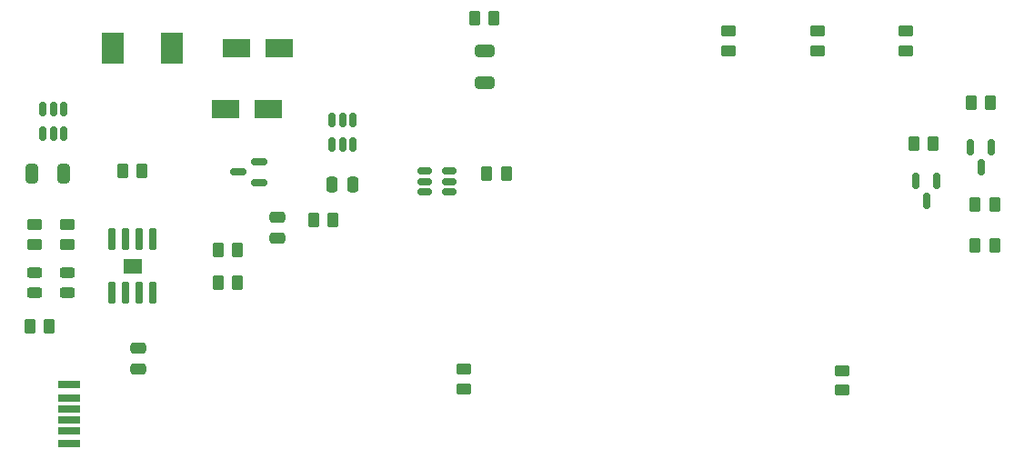
<source format=gtp>
%TF.GenerationSoftware,KiCad,Pcbnew,(6.0.7)*%
%TF.CreationDate,2022-10-31T09:28:38+01:00*%
%TF.ProjectId,Callsystem,43616c6c-7379-4737-9465-6d2e6b696361,1*%
%TF.SameCoordinates,Original*%
%TF.FileFunction,Paste,Top*%
%TF.FilePolarity,Positive*%
%FSLAX46Y46*%
G04 Gerber Fmt 4.6, Leading zero omitted, Abs format (unit mm)*
G04 Created by KiCad (PCBNEW (6.0.7)) date 2022-10-31 09:28:38*
%MOMM*%
%LPD*%
G01*
G04 APERTURE LIST*
G04 Aperture macros list*
%AMRoundRect*
0 Rectangle with rounded corners*
0 $1 Rounding radius*
0 $2 $3 $4 $5 $6 $7 $8 $9 X,Y pos of 4 corners*
0 Add a 4 corners polygon primitive as box body*
4,1,4,$2,$3,$4,$5,$6,$7,$8,$9,$2,$3,0*
0 Add four circle primitives for the rounded corners*
1,1,$1+$1,$2,$3*
1,1,$1+$1,$4,$5*
1,1,$1+$1,$6,$7*
1,1,$1+$1,$8,$9*
0 Add four rect primitives between the rounded corners*
20,1,$1+$1,$2,$3,$4,$5,0*
20,1,$1+$1,$4,$5,$6,$7,0*
20,1,$1+$1,$6,$7,$8,$9,0*
20,1,$1+$1,$8,$9,$2,$3,0*%
G04 Aperture macros list end*
%ADD10C,0.010000*%
%ADD11R,2.000000X0.700000*%
%ADD12R,2.000000X0.760000*%
%ADD13R,2.000000X0.800000*%
%ADD14RoundRect,0.250000X0.475000X-0.250000X0.475000X0.250000X-0.475000X0.250000X-0.475000X-0.250000X0*%
%ADD15RoundRect,0.250000X-0.262500X-0.450000X0.262500X-0.450000X0.262500X0.450000X-0.262500X0.450000X0*%
%ADD16RoundRect,0.150000X0.512500X0.150000X-0.512500X0.150000X-0.512500X-0.150000X0.512500X-0.150000X0*%
%ADD17RoundRect,0.250000X0.262500X0.450000X-0.262500X0.450000X-0.262500X-0.450000X0.262500X-0.450000X0*%
%ADD18RoundRect,0.250000X-0.650000X0.325000X-0.650000X-0.325000X0.650000X-0.325000X0.650000X0.325000X0*%
%ADD19RoundRect,0.150000X0.587500X0.150000X-0.587500X0.150000X-0.587500X-0.150000X0.587500X-0.150000X0*%
%ADD20RoundRect,0.150000X-0.150000X0.587500X-0.150000X-0.587500X0.150000X-0.587500X0.150000X0.587500X0*%
%ADD21RoundRect,0.250000X-0.475000X0.250000X-0.475000X-0.250000X0.475000X-0.250000X0.475000X0.250000X0*%
%ADD22RoundRect,0.042000X0.258000X-0.943000X0.258000X0.943000X-0.258000X0.943000X-0.258000X-0.943000X0*%
%ADD23RoundRect,0.250000X0.250000X0.475000X-0.250000X0.475000X-0.250000X-0.475000X0.250000X-0.475000X0*%
%ADD24R,2.500000X1.800000*%
%ADD25RoundRect,0.250000X-0.450000X0.262500X-0.450000X-0.262500X0.450000X-0.262500X0.450000X0.262500X0*%
%ADD26RoundRect,0.150000X0.150000X-0.512500X0.150000X0.512500X-0.150000X0.512500X-0.150000X-0.512500X0*%
%ADD27RoundRect,0.243750X-0.456250X0.243750X-0.456250X-0.243750X0.456250X-0.243750X0.456250X0.243750X0*%
%ADD28RoundRect,0.250000X0.325000X0.650000X-0.325000X0.650000X-0.325000X-0.650000X0.325000X-0.650000X0*%
%ADD29RoundRect,0.150000X-0.150000X0.512500X-0.150000X-0.512500X0.150000X-0.512500X0.150000X0.512500X0*%
%ADD30R,2.050000X3.000000*%
G04 APERTURE END LIST*
G36*
X62796000Y-76845000D02*
G01*
X61156000Y-76845000D01*
X61156000Y-75555000D01*
X62796000Y-75555000D01*
X62796000Y-76845000D01*
G37*
D10*
X62796000Y-76845000D02*
X61156000Y-76845000D01*
X61156000Y-75555000D01*
X62796000Y-75555000D01*
X62796000Y-76845000D01*
D11*
X56100000Y-89510000D03*
D12*
X56100000Y-91530000D03*
D13*
X56100000Y-92760000D03*
D11*
X56100000Y-90510000D03*
D12*
X56100000Y-88490000D03*
D13*
X56100000Y-87260000D03*
D14*
X62484000Y-85786000D03*
X62484000Y-83886000D03*
D15*
X140057500Y-60960000D03*
X141882500Y-60960000D03*
D16*
X91429000Y-69276000D03*
X91429000Y-68326000D03*
X91429000Y-67376000D03*
X89154000Y-67376000D03*
X89154000Y-68326000D03*
X89154000Y-69276000D03*
D17*
X80668500Y-71882000D03*
X78843500Y-71882000D03*
D18*
X94742000Y-56183000D03*
X94742000Y-59133000D03*
D19*
X73733900Y-68412400D03*
X73733900Y-66512400D03*
X71858900Y-67462400D03*
D15*
X69953500Y-77724000D03*
X71778500Y-77724000D03*
D20*
X141920000Y-65102500D03*
X140020000Y-65102500D03*
X140970000Y-66977500D03*
D21*
X75438000Y-71694000D03*
X75438000Y-73594000D03*
D22*
X60071000Y-78675000D03*
X61341000Y-78675000D03*
X62611000Y-78675000D03*
X63881000Y-78675000D03*
X63881000Y-73725000D03*
X62611000Y-73725000D03*
X61341000Y-73725000D03*
X60071000Y-73725000D03*
D15*
X69953500Y-74676000D03*
X71778500Y-74676000D03*
D23*
X82484000Y-68580000D03*
X80584000Y-68580000D03*
D15*
X140415000Y-70485000D03*
X142240000Y-70485000D03*
X93829500Y-53086000D03*
X95654500Y-53086000D03*
D24*
X75660000Y-55880000D03*
X71660000Y-55880000D03*
D25*
X52832000Y-72366500D03*
X52832000Y-74191500D03*
D26*
X80584000Y-64891500D03*
X81534000Y-64891500D03*
X82484000Y-64891500D03*
X82484000Y-62616500D03*
X81534000Y-62616500D03*
X80584000Y-62616500D03*
D25*
X55880000Y-72366500D03*
X55880000Y-74191500D03*
X128016000Y-85955500D03*
X128016000Y-87780500D03*
D27*
X55880000Y-76786500D03*
X55880000Y-78661500D03*
D24*
X74644000Y-61620400D03*
X70644000Y-61620400D03*
D28*
X55577000Y-67564000D03*
X52627000Y-67564000D03*
D17*
X136525000Y-64770000D03*
X134700000Y-64770000D03*
D29*
X55560000Y-61600500D03*
X54610000Y-61600500D03*
X53660000Y-61600500D03*
X53660000Y-63875500D03*
X54610000Y-63875500D03*
X55560000Y-63875500D03*
D17*
X62888500Y-67310000D03*
X61063500Y-67310000D03*
D27*
X52832000Y-76786500D03*
X52832000Y-78661500D03*
D25*
X133985000Y-54332500D03*
X133985000Y-56157500D03*
D20*
X136840000Y-68277500D03*
X134940000Y-68277500D03*
X135890000Y-70152500D03*
D25*
X117475000Y-54332500D03*
X117475000Y-56157500D03*
D15*
X52427500Y-81788000D03*
X54252500Y-81788000D03*
D25*
X92837000Y-85828500D03*
X92837000Y-87653500D03*
D30*
X60115000Y-55880000D03*
X65615000Y-55880000D03*
D15*
X140415000Y-74295000D03*
X142240000Y-74295000D03*
D17*
X96774000Y-67564000D03*
X94949000Y-67564000D03*
D25*
X125730000Y-54332500D03*
X125730000Y-56157500D03*
M02*

</source>
